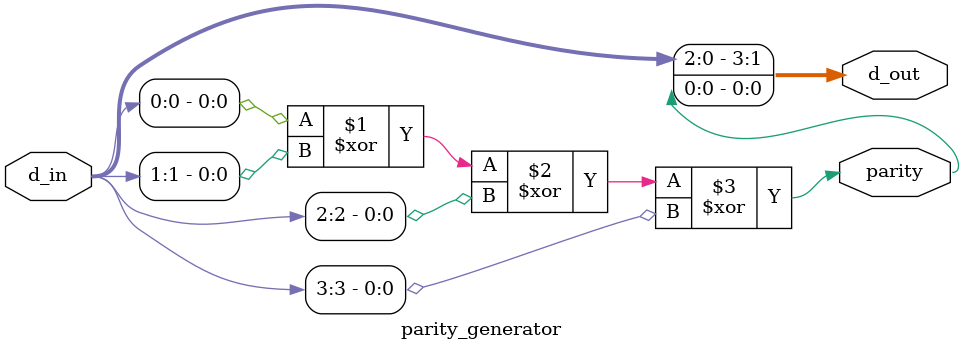
<source format=v>
`timescale 1ns / 1ps


module parity_generator(
    input [3:0] d_in,
    output [3:0] d_out,
    output parity
    );
    
    assign parity = d_in[0] ^ d_in[1] ^ d_in[2] ^ d_in[3];
    assign d_out = {d_in, parity};
    
endmodule

</source>
